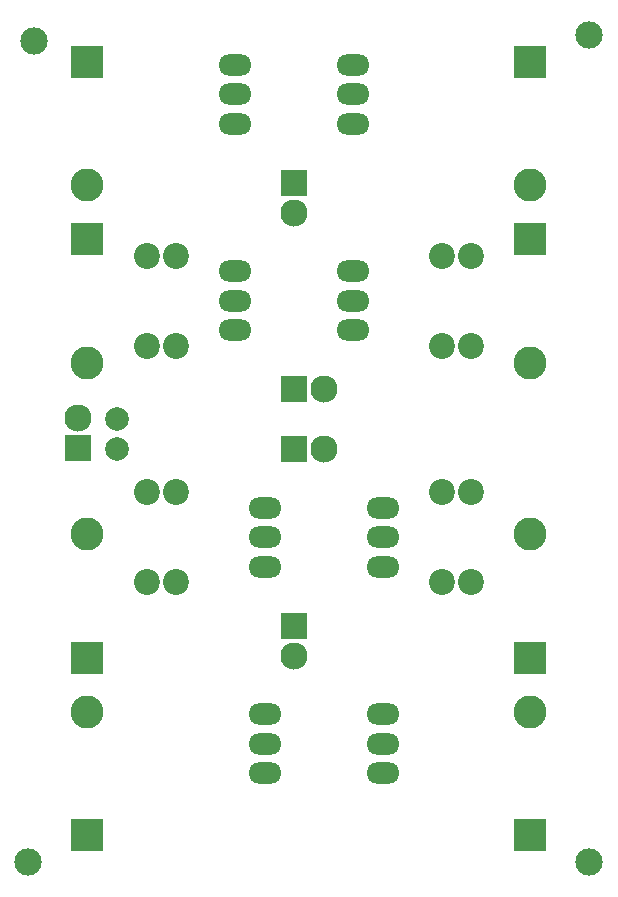
<source format=gbs>
%FSLAX44Y44*%
%MOMM*%
G71*
G01*
G75*
G04 Layer_Color=16711935*
%ADD10O,2.0000X1.0000*%
%ADD11O,2.0000X1.0000*%
%ADD12R,1.5000X1.5000*%
%ADD13C,1.5000*%
%ADD14C,1.4000*%
%ADD15R,1.5000X1.5000*%
%ADD16C,1.2000*%
%ADD17R,2.0000X2.0000*%
%ADD18C,2.0000*%
%ADD19C,1.5240*%
%ADD20C,0.6000*%
%ADD21C,0.8000*%
%ADD22C,0.2540*%
%ADD23C,0.2000*%
%ADD24C,0.1500*%
%ADD25R,2.8000X0.8000*%
%ADD26O,2.8000X1.8000*%
%ADD27O,2.8000X1.8000*%
%ADD28R,2.3000X2.3000*%
%ADD29C,2.3000*%
%ADD30C,2.2000*%
%ADD31R,2.3000X2.3000*%
%ADD32C,2.0000*%
%ADD33R,2.8000X2.8000*%
%ADD34C,2.8000*%
%ADD35C,2.3240*%
D26*
X425000Y400000D02*
D03*
X300000Y1000000D02*
D03*
X325000Y400000D02*
D03*
X300000Y775000D02*
D03*
X400000Y1000000D02*
D03*
Y775000D02*
D03*
X425000Y625000D02*
D03*
X325000D02*
D03*
D27*
X425000Y425000D02*
D03*
Y450000D02*
D03*
X300000Y975000D02*
D03*
Y950000D02*
D03*
X325000Y425000D02*
D03*
Y450000D02*
D03*
X300000Y800000D02*
D03*
Y825000D02*
D03*
X400000Y975000D02*
D03*
Y950000D02*
D03*
Y800000D02*
D03*
Y825000D02*
D03*
X425000Y600000D02*
D03*
Y575000D02*
D03*
X325000Y600000D02*
D03*
Y575000D02*
D03*
D28*
X350000Y725000D02*
D03*
Y675000D02*
D03*
D29*
X375400Y725000D02*
D03*
X166732Y700786D02*
D03*
X350000Y874600D02*
D03*
Y499600D02*
D03*
X375400Y675000D02*
D03*
D30*
X250000Y561900D02*
D03*
Y638100D02*
D03*
X475000Y561900D02*
D03*
Y638100D02*
D03*
X250000Y838100D02*
D03*
Y761900D02*
D03*
X475000Y838100D02*
D03*
Y761900D02*
D03*
X225000Y638100D02*
D03*
Y561900D02*
D03*
X500000Y638100D02*
D03*
Y561900D02*
D03*
X225000Y761900D02*
D03*
Y838100D02*
D03*
X500000Y761900D02*
D03*
Y838100D02*
D03*
D31*
X166732Y675386D02*
D03*
X350000Y900000D02*
D03*
Y525000D02*
D03*
D32*
X200000Y700400D02*
D03*
Y675000D02*
D03*
D33*
X175000Y852300D02*
D03*
X550000D02*
D03*
X175000Y1002300D02*
D03*
X550000D02*
D03*
X175000Y497700D02*
D03*
X550000D02*
D03*
X175000Y347700D02*
D03*
X550000Y347700D02*
D03*
D34*
X175000Y747700D02*
D03*
X550000D02*
D03*
X175000Y897700D02*
D03*
X550000D02*
D03*
X175000Y602300D02*
D03*
X550000D02*
D03*
X175000Y452300D02*
D03*
X550000Y452300D02*
D03*
D35*
X600000Y325000D02*
D03*
X125000D02*
D03*
X600000Y1025000D02*
D03*
X130000Y1020000D02*
D03*
M02*

</source>
